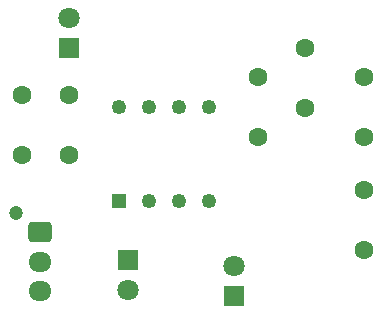
<source format=gbr>
%TF.GenerationSoftware,KiCad,Pcbnew,(6.0.8)*%
%TF.CreationDate,2022-11-16T15:32:54+01:00*%
%TF.ProjectId,l_g_d,6c5f675f-642e-46b6-9963-61645f706362,rev?*%
%TF.SameCoordinates,Original*%
%TF.FileFunction,Soldermask,Bot*%
%TF.FilePolarity,Negative*%
%FSLAX46Y46*%
G04 Gerber Fmt 4.6, Leading zero omitted, Abs format (unit mm)*
G04 Created by KiCad (PCBNEW (6.0.8)) date 2022-11-16 15:32:54*
%MOMM*%
%LPD*%
G01*
G04 APERTURE LIST*
G04 Aperture macros list*
%AMRoundRect*
0 Rectangle with rounded corners*
0 $1 Rounding radius*
0 $2 $3 $4 $5 $6 $7 $8 $9 X,Y pos of 4 corners*
0 Add a 4 corners polygon primitive as box body*
4,1,4,$2,$3,$4,$5,$6,$7,$8,$9,$2,$3,0*
0 Add four circle primitives for the rounded corners*
1,1,$1+$1,$2,$3*
1,1,$1+$1,$4,$5*
1,1,$1+$1,$6,$7*
1,1,$1+$1,$8,$9*
0 Add four rect primitives between the rounded corners*
20,1,$1+$1,$2,$3,$4,$5,0*
20,1,$1+$1,$4,$5,$6,$7,0*
20,1,$1+$1,$6,$7,$8,$9,0*
20,1,$1+$1,$8,$9,$2,$3,0*%
G04 Aperture macros list end*
%ADD10C,1.200000*%
%ADD11RoundRect,0.250000X-0.725000X0.600000X-0.725000X-0.600000X0.725000X-0.600000X0.725000X0.600000X0*%
%ADD12O,1.950000X1.700000*%
%ADD13R,1.800000X1.800000*%
%ADD14C,1.800000*%
%ADD15C,1.600000*%
%ADD16R,1.250000X1.250000*%
%ADD17C,1.250000*%
G04 APERTURE END LIST*
D10*
%TO.C,J1*%
X131525000Y-81000000D03*
D11*
X133525000Y-82600000D03*
D12*
X133525000Y-85100000D03*
X133525000Y-87600000D03*
%TD*%
D13*
%TO.C,Q1*%
X141000000Y-85000000D03*
D14*
X141000000Y-87540000D03*
%TD*%
D15*
%TO.C,RD2*%
X161000000Y-79000000D03*
X161000000Y-84080000D03*
%TD*%
%TO.C,RD1*%
X161000000Y-69465000D03*
X161000000Y-74545000D03*
%TD*%
D13*
%TO.C,D1*%
X136000000Y-67000000D03*
D14*
X136000000Y-64460000D03*
%TD*%
D16*
%TO.C,U1*%
X140190000Y-79970000D03*
D17*
X142730000Y-79970000D03*
X145270000Y-79970000D03*
X147810000Y-79970000D03*
X147810000Y-72030000D03*
X145270000Y-72030000D03*
X142730000Y-72030000D03*
X140190000Y-72030000D03*
%TD*%
D15*
%TO.C,R3*%
X152000000Y-74535000D03*
X152000000Y-69455000D03*
%TD*%
D13*
%TO.C,IRLED1*%
X150000000Y-88000000D03*
D14*
X150000000Y-85460000D03*
%TD*%
D15*
%TO.C,R_IR_D1*%
X156000000Y-67000000D03*
X156000000Y-72080000D03*
%TD*%
%TO.C,R4*%
X132000000Y-71000000D03*
X132000000Y-76080000D03*
%TD*%
%TO.C,R_D1*%
X136000000Y-71000000D03*
X136000000Y-76080000D03*
%TD*%
M02*

</source>
